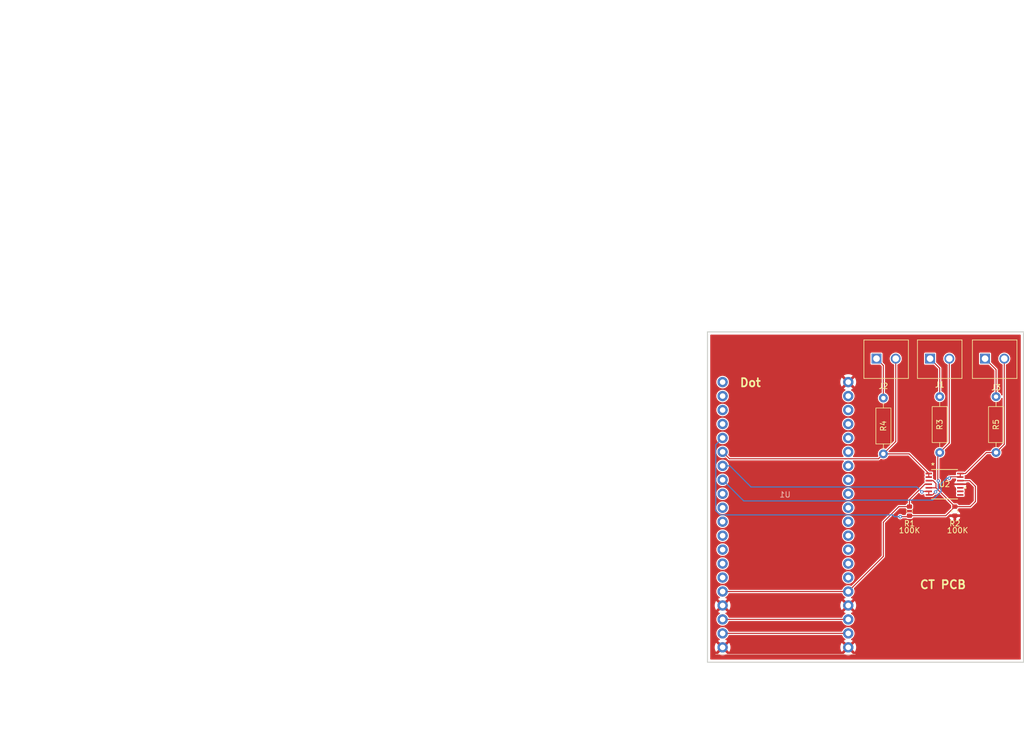
<source format=kicad_pcb>
(kicad_pcb (version 20241229) (generator "pcbnew") (generator_version "9.0")
  (layers (0 "F.Cu" signal) (2 "B.Cu" signal) (13 "F.Paste" user) (15 "B.Paste" user) (5 "F.SilkS" user "F.Silkscreen") (7 "B.SilkS" user "B.Silkscreen") (1 "F.Mask" user) (3 "B.Mask" user) (25 "Edge.Cuts" user))
  (net 0 "")
  (net 1 "/V_Shunt2")
  (net 2 "/V_Shunt1")
  (net 3 "/V_Shunt3")
  (net 4 "+3.3V")
  (net 5 "GND")
  (net 6 "/Bias")
  (net 16 "VBAT")
  (net 29 "VUSB")
  (net 37 "Net-(J1-Pin_1)")
  (net 38 "Net-(J2-Pin_1)")
  (net 39 "Net-(J3-Pin_1)")
  (footprint "Connector:OST_OSTTE020104" (layer "F.Cu") (at 205.25 66.5)
    (property "Reference" "J3" (at 0.25 5.25 0) (layer "F.SilkS") (effects (font (size 1.000591 1.000591))))
    (property "Value" "Screw_Terminal_01x02" (hide yes))
    (fp_line (start -4.05 -3.4) (end 4.05 -3.4) (stroke (width 0.127)) (layer "F.SilkS"))
    (fp_line (start -4.05 3.6) (end -4.05 -3.4) (stroke (width 0.127)) (layer "F.SilkS"))
    (fp_line (start 4.05 -3.4) (end 4.05 3.6) (stroke (width 0.127)) (layer "F.SilkS"))
    (fp_line (start 4.05 3.6) (end -4.05 3.6) (stroke (width 0.127)) (layer "F.SilkS"))
    (pad "1" thru_hole rect (at -1.75 0) (size 1.8 1.8) (drill 1.2) (layers "*.Cu" "*.Mask") (net 39 "Net-(J3-Pin_1)"))
    (pad "2" thru_hole circle (at 1.75 0) (size 1.8 1.8) (drill 1.2) (layers "*.Cu" "*.Mask") (net 3 "/V_Shunt3"))
  )
  (footprint "Resistor_SMD:R_0603_1608Metric" (layer "F.Cu") (at 198 94.25 -90)
    (property "Reference" "R2" (at 2.25 0 180) (layer "F.SilkS"))
    (property "Value" "100K" (at 3.5 -0.5 180) (layer "F.SilkS"))
    (fp_line (start -0.237258 0.5225) (end 0.237258 0.5225) (stroke (width 0.12)) (layer "F.SilkS"))
    (fp_line (start -0.237258 -0.5225) (end 0.237258 -0.5225) (stroke (width 0.12)) (layer "F.SilkS"))
    (pad "1" smd roundrect (at -0.825 0 270) (size 0.8 0.95) (layers "F.Cu" "F.Mask" "F.Paste") (net 6 "/Bias"))
    (pad "2" smd roundrect (at 0.825 0 270) (size 0.8 0.95) (layers "F.Cu" "F.Mask" "F.Paste") (net 5 "GND"))
  )
  (footprint "Connector:OST_OSTTE020104" (layer "F.Cu") (at 185.5 66.5)
    (property "Reference" "J2" (at -0.5 5 0) (layer "F.SilkS") (effects (font (size 1.000591 1.000591))))
    (property "Value" "Screw_Terminal_01x02" (hide yes))
    (fp_line (start -4.05 -3.4) (end 4.05 -3.4) (stroke (width 0.127)) (layer "F.SilkS"))
    (fp_line (start -4.05 3.6) (end -4.05 -3.4) (stroke (width 0.127)) (layer "F.SilkS"))
    (fp_line (start 4.05 -3.4) (end 4.05 3.6) (stroke (width 0.127)) (layer "F.SilkS"))
    (fp_line (start 4.05 3.6) (end -4.05 3.6) (stroke (width 0.127)) (layer "F.SilkS"))
    (pad "1" thru_hole rect (at -1.75 0) (size 1.8 1.8) (drill 1.2) (layers "*.Cu" "*.Mask") (net 38 "Net-(J2-Pin_1)"))
    (pad "2" thru_hole circle (at 1.75 0) (size 1.8 1.8) (drill 1.2) (layers "*.Cu" "*.Mask") (net 2 "/V_Shunt1"))
  )
  (footprint "Resistor_THT:R_Axial_DIN0207_L6.3mm_D2.5mm_P10.16mm_Horizontal" (layer "F.Cu") (at 185 83.83 90)
    (property "Reference" "R4" (at 5.08 0 90) (layer "F.SilkS"))
    (property "Value" "R" (hide yes))
    (fp_line (start 9.12 0) (end 8.35 0) (stroke (width 0.12)) (layer "F.SilkS"))
    (fp_line (start 1.04 0) (end 1.81 0) (stroke (width 0.12)) (layer "F.SilkS"))
    (fp_rect (start 1.81 -1.37) (end 8.35 1.37) (stroke (width 0.12)) (fill no) (layer "F.SilkS"))
    (pad "1" thru_hole circle (at 0 0 90) (size 1.6 1.6) (drill 0.8) (layers "*.Cu" "*.Mask") (net 2 "/V_Shunt1"))
    (pad "2" thru_hole circle (at 10.16 0 90) (size 1.6 1.6) (drill 0.8) (layers "*.Cu" "*.Mask") (net 38 "Net-(J2-Pin_1)"))
  )
  (footprint "Resistor_THT:R_Axial_DIN0207_L6.3mm_D2.5mm_P10.16mm_Horizontal" (layer "F.Cu") (at 205.5 83.58 90)
    (property "Reference" "R5" (at 5.08 0 90) (layer "F.SilkS"))
    (property "Value" "R" (hide yes))
    (fp_line (start 9.12 0) (end 8.35 0) (stroke (width 0.12)) (layer "F.SilkS"))
    (fp_line (start 1.04 0) (end 1.81 0) (stroke (width 0.12)) (layer "F.SilkS"))
    (fp_rect (start 1.81 -1.37) (end 8.35 1.37) (stroke (width 0.12)) (fill no) (layer "F.SilkS"))
    (pad "1" thru_hole circle (at 0 0 90) (size 1.6 1.6) (drill 0.8) (layers "*.Cu" "*.Mask") (net 3 "/V_Shunt3"))
    (pad "2" thru_hole circle (at 10.16 0 90) (size 1.6 1.6) (drill 0.8) (layers "*.Cu" "*.Mask") (net 39 "Net-(J3-Pin_1)"))
  )
  (footprint "Package_DFN_QFN:PW14_TEX-L" (layer "F.Cu") (at 196.1298 89.349999)
    (property "Reference" "U2" (at 0 0 0) (layer "F.SilkS"))
    (property "Value" "LM324LVIPWR")
    (fp_line (start -2.3749 2.6797) (end 2.3749 2.6797) (stroke (width 0.1524)) (layer "F.SilkS"))
    (fp_line (start 2.3749 -2.6797) (end -2.3749 -2.6797) (stroke (width 0.1524)) (layer "F.SilkS"))
    (fp_poly (pts (xy 3.9624 0.459499) (xy 3.9624 0.840499) (xy 3.7084 0.840499) (xy 3.7084 0.459499)) (fill yes) (layer "F.SilkS"))
    (fp_text user "*" (at -2.1298 -3.349999 0) (layer "F.SilkS"))
    (pad "1" smd rect (at -2.8702 -1.950001) (size 1.1684 0.3048) (layers "F.Cu" "F.Mask" "F.Paste") (net 2 "/V_Shunt1"))
    (pad "2" smd rect (at -2.8702 -1.3) (size 1.1684 0.3048) (layers "F.Cu" "F.Mask" "F.Paste") (net 2 "/V_Shunt1"))
    (pad "3" smd rect (at -2.8702 -0.649999) (size 1.1684 0.3048) (layers "F.Cu" "F.Mask" "F.Paste") (net 6 "/Bias"))
    (pad "4" smd rect (at -2.8702 0) (size 1.1684 0.3048) (layers "F.Cu" "F.Mask" "F.Paste") (net 4 "+3.3V"))
    (pad "5" smd rect (at -2.8702 0.649999) (size 1.1684 0.3048) (layers "F.Cu" "F.Mask" "F.Paste") (net 6 "/Bias"))
    (pad "6" smd rect (at -2.8702 1.3) (size 1.1684 0.3048) (layers "F.Cu" "F.Mask" "F.Paste") (net 1 "/V_Shunt2"))
    (pad "7" smd rect (at -2.8702 1.949999) (size 1.1684 0.3048) (layers "F.Cu" "F.Mask" "F.Paste") (net 1 "/V_Shunt2"))
    (pad "8" smd rect (at 2.8702 1.950001) (size 1.1684 0.3048) (layers "F.Cu" "F.Mask" "F.Paste"))
    (pad "9" smd rect (at 2.8702 1.3) (size 1.1684 0.3048) (layers "F.Cu" "F.Mask" "F.Paste"))
    (pad "10" smd rect (at 2.8702 0.650001) (size 1.1684 0.3048) (layers "F.Cu" "F.Mask" "F.Paste"))
    (pad "11" smd rect (at 2.8702 0) (size 1.1684 0.3048) (layers "F.Cu" "F.Mask" "F.Paste") (net 5 "GND"))
    (pad "12" smd rect (at 2.8702 -0.649999) (size 1.1684 0.3048) (layers "F.Cu" "F.Mask" "F.Paste") (net 6 "/Bias"))
    (pad "13" smd rect (at 2.8702 -1.3) (size 1.1684 0.3048) (layers "F.Cu" "F.Mask" "F.Paste") (net 3 "/V_Shunt3"))
    (pad "14" smd rect (at 2.8702 -1.949999) (size 1.1684 0.3048) (layers "F.Cu" "F.Mask" "F.Paste") (net 3 "/V_Shunt3"))
  )
  (footprint "Resistor_SMD:R_0603_1608Metric" (layer "F.Cu") (at 189.75 94.25 -90)
    (property "Reference" "R1" (at 2.25 0 180) (layer "F.SilkS"))
    (property "Value" "100K" (at 3.5 0 180) (layer "F.SilkS"))
    (fp_line (start -0.237258 0.5225) (end 0.237258 0.5225) (stroke (width 0.12)) (layer "F.SilkS"))
    (fp_line (start -0.237258 -0.5225) (end 0.237258 -0.5225) (stroke (width 0.12)) (layer "F.SilkS"))
    (pad "1" smd roundrect (at -0.825 0 270) (size 0.8 0.95) (layers "F.Cu" "F.Mask" "F.Paste") (net 4 "+3.3V"))
    (pad "2" smd roundrect (at 0.825 0 270) (size 0.8 0.95) (layers "F.Cu" "F.Mask" "F.Paste") (net 6 "/Bias"))
  )
  (footprint "Connector:OST_OSTTE020104" (layer "F.Cu") (at 195.25 66.5)
    (property "Reference" "J1" (at 0 4.75 0) (layer "F.SilkS") (effects (font (size 1.000591 1.000591))))
    (property "Value" "Screw_Terminal_01x02" (hide yes))
    (fp_line (start -4.05 -3.4) (end 4.05 -3.4) (stroke (width 0.127)) (layer "F.SilkS"))
    (fp_line (start -4.05 3.6) (end -4.05 -3.4) (stroke (width 0.127)) (layer "F.SilkS"))
    (fp_line (start 4.05 -3.4) (end 4.05 3.6) (stroke (width 0.127)) (layer "F.SilkS"))
    (fp_line (start 4.05 3.6) (end -4.05 3.6) (stroke (width 0.127)) (layer "F.SilkS"))
    (pad "1" thru_hole rect (at -1.75 0) (size 1.8 1.8) (drill 1.2) (layers "*.Cu" "*.Mask") (net 37 "Net-(J1-Pin_1)"))
    (pad "2" thru_hole circle (at 1.75 0) (size 1.8 1.8) (drill 1.2) (layers "*.Cu" "*.Mask") (net 1 "/V_Shunt2"))
  )
  (footprint "Resistor_THT:R_Axial_DIN0207_L6.3mm_D2.5mm_P10.16mm_Horizontal" (layer "F.Cu") (at 195.25 83.58 90)
    (property "Reference" "R3" (at 5.08 0 90) (layer "F.SilkS"))
    (property "Value" "R" (hide yes))
    (fp_line (start 9.12 0) (end 8.35 0) (stroke (width 0.12)) (layer "F.SilkS"))
    (fp_line (start 1.04 0) (end 1.81 0) (stroke (width 0.12)) (layer "F.SilkS"))
    (fp_rect (start 1.81 -1.37) (end 8.35 1.37) (stroke (width 0.12)) (fill no) (layer "F.SilkS"))
    (pad "1" thru_hole circle (at 0 0 90) (size 1.6 1.6) (drill 0.8) (layers "*.Cu" "*.Mask") (net 1 "/V_Shunt2"))
    (pad "2" thru_hole circle (at 10.16 0 90) (size 1.6 1.6) (drill 0.8) (layers "*.Cu" "*.Mask") (net 37 "Net-(J1-Pin_1)"))
  )
  (footprint "Symbol:MODULE_DEV-13907" (layer "B.Cu") (at 167.18 90.836 180)
    (property "Reference" "U1" (at 0.07 -0.414 0) (layer "B.SilkS") (effects (justify mirror)))
    (property "Value" "DEV-13907")
    (fp_line (start -12.7 -29.464) (end 12.7 -29.464) (stroke (width 0.127)) (layer "B.SilkS"))
    (pad "J1_1" thru_hole circle (at -11.43 -28.194 180) (size 1.8796 1.8796) (drill 1.016) (layers "*.Cu" "*.Mask") (net 5 "GND"))
    (pad "J1_2" thru_hole circle (at -11.43 -25.654 180) (size 1.8796 1.8796) (drill 1.016) (layers "*.Cu" "*.Mask") (net 29 "VUSB"))
    (pad "J1_3" thru_hole circle (at -11.43 -23.114 180) (size 1.8796 1.8796) (drill 1.016) (layers "*.Cu" "*.Mask") (net 16 "VBAT"))
    (pad "J1_4" thru_hole circle (at -11.43 -20.574 180) (size 1.8796 1.8796) (drill 1.016) (layers "*.Cu" "*.Mask") (net 5 "GND"))
    (pad "J1_5" thru_hole circle (at -11.43 -18.034 180) (size 1.8796 1.8796) (drill 1.016) (layers "*.Cu" "*.Mask") (net 4 "+3.3V"))
    (pad "J1_6" thru_hole circle (at -11.43 -15.494 180) (size 1.8796 1.8796) (drill 1.016) (layers "*.Cu" "*.Mask"))
    (pad "J1_7" thru_hole circle (at -11.43 -12.954 180) (size 1.8796 1.8796) (drill 1.016) (layers "*.Cu" "*.Mask"))
    (pad "J1_8" thru_hole circle (at -11.43 -10.414 180) (size 1.8796 1.8796) (drill 1.016) (layers "*.Cu" "*.Mask"))
    (pad "J1_9" thru_hole circle (at -11.43 -7.874 180) (size 1.8796 1.8796) (drill 1.016) (layers "*.Cu" "*.Mask"))
    (pad "J1_10" thru_hole circle (at -11.43 -5.334 180) (size 1.8796 1.8796) (drill 1.016) (layers "*.Cu" "*.Mask"))
    (pad "J1_11" thru_hole circle (at -11.43 -2.794 180) (size 1.8796 1.8796) (drill 1.016) (layers "*.Cu" "*.Mask"))
    (pad "J1_12" thru_hole circle (at -11.43 -0.254 180) (size 1.8796 1.8796) (drill 1.016) (layers "*.Cu" "*.Mask"))
    (pad "J1_13" thru_hole circle (at -11.43 2.286 180) (size 1.8796 1.8796) (drill 1.016) (layers "*.Cu" "*.Mask") (net 3 "/V_Shunt3"))
    (pad "J1_14" thru_hole circle (at -11.43 4.826 180) (size 1.8796 1.8796) (drill 1.016) (layers "*.Cu" "*.Mask") (net 1 "/V_Shunt2"))
    (pad "J1_15" thru_hole circle (at -11.43 7.366 180) (size 1.8796 1.8796) (drill 1.016) (layers "*.Cu" "*.Mask") (net 2 "/V_Shunt1"))
    (pad "J1_16" thru_hole circle (at -11.43 9.906 180) (size 1.8796 1.8796) (drill 1.016) (layers "*.Cu" "*.Mask") (net 6 "/Bias"))
    (pad "J1_17" thru_hole circle (at -11.43 12.446 180) (size 1.8796 1.8796) (drill 1.016) (layers "*.Cu" "*.Mask"))
    (pad "J1_18" thru_hole circle (at -11.43 14.986 180) (size 1.8796 1.8796) (drill 1.016) (layers "*.Cu" "*.Mask"))
    (pad "J1_19" thru_hole circle (at -11.43 17.526 180) (size 1.8796 1.8796) (drill 1.016) (layers "*.Cu" "*.Mask"))
    (pad "J1_20" thru_hole circle (at -11.43 20.066 180) (size 1.8796 1.8796) (drill 1.016) (layers "*.Cu" "*.Mask"))
    (pad "J2_1" thru_hole circle (at 11.43 -28.194 180) (size 1.8796 1.8796) (drill 1.016) (layers "*.Cu" "*.Mask") (net 5 "GND"))
    (pad "J2_2" thru_hole circle (at 11.43 -25.654 180) (size 1.8796 1.8796) (drill 1.016) (layers "*.Cu" "*.Mask") (net 29 "VUSB"))
    (pad "J2_3" thru_hole circle (at 11.43 -23.114 180) (size 1.8796 1.8796) (drill 1.016) (layers "*.Cu" "*.Mask") (net 16 "VBAT"))
    (pad "J2_4" thru_hole circle (at 11.43 -20.574 180) (size 1.8796 1.8796) (drill 1.016) (layers "*.Cu" "*.Mask") (net 5 "GND"))
    (pad "J2_5" thru_hole circle (at 11.43 -18.034 180) (size 1.8796 1.8796) (drill 1.016) (layers "*.Cu" "*.Mask") (net 4 "+3.3V"))
    (pad "J2_6" thru_hole circle (at 11.43 -15.494 180) (size 1.8796 1.8796) (drill 1.016) (layers "*.Cu" "*.Mask"))
    (pad "J2_7" thru_hole circle (at 11.43 -12.954 180) (size 1.8796 1.8796) (drill 1.016) (layers "*.Cu" "*.Mask"))
    (pad "J2_8" thru_hole circle (at 11.43 -10.414 180) (size 1.8796 1.8796) (drill 1.016) (layers "*.Cu" "*.Mask"))
    (pad "J2_9" thru_hole circle (at 11.43 -7.874 180) (size 1.8796 1.8796) (drill 1.016) (layers "*.Cu" "*.Mask"))
    (pad "J2_10" thru_hole circle (at 11.43 -5.334 180) (size 1.8796 1.8796) (drill 1.016) (layers "*.Cu" "*.Mask"))
    (pad "J2_11" thru_hole circle (at 11.43 -2.794 180) (size 1.8796 1.8796) (drill 1.016) (layers "*.Cu" "*.Mask"))
    (pad "J2_12" thru_hole circle (at 11.43 -0.254 180) (size 1.8796 1.8796) (drill 1.016) (layers "*.Cu" "*.Mask"))
    (pad "J2_13" thru_hole circle (at 11.43 2.286 180) (size 1.8796 1.8796) (drill 1.016) (layers "*.Cu" "*.Mask"))
    (pad "J2_14" thru_hole circle (at 11.43 4.826 180) (size 1.8796 1.8796) (drill 1.016) (layers "*.Cu" "*.Mask"))
    (pad "J2_15" thru_hole circle (at 11.43 7.366 180) (size 1.8796 1.8796) (drill 1.016) (layers "*.Cu" "*.Mask"))
    (pad "J2_16" thru_hole circle (at 11.43 9.906 180) (size 1.8796 1.8796) (drill 1.016) (layers "*.Cu" "*.Mask"))
    (pad "J2_17" thru_hole circle (at 11.43 12.446 180) (size 1.8796 1.8796) (drill 1.016) (layers "*.Cu" "*.Mask"))
    (pad "J2_18" thru_hole circle (at 11.43 14.986 180) (size 1.8796 1.8796) (drill 1.016) (layers "*.Cu" "*.Mask"))
    (pad "J2_19" thru_hole circle (at 11.43 17.526 180) (size 1.8796 1.8796) (drill 1.016) (layers "*.Cu" "*.Mask"))
    (pad "J2_20" thru_hole circle (at 11.43 20.066 180) (size 1.8796 1.8796) (drill 1.016) (layers "*.Cu" "*.Mask") (net 5 "GND"))
  )
  (gr_rect (start 153 61.636339) (end 210.5 121.75) (stroke (width 0.2)) (fill no) (layer "Edge.Cuts"))
  (gr_text "Dot" (at 158.75 71.75 0) (layer "F.SilkS") (effects (font (size 1.5 1.5) (thickness 0.3) (bold yes)) (justify left bottom)))
  (gr_text "CT PCB" (at 191.5 108.5 0) (layer "F.SilkS") (effects (font (size 1.5 1.5) (thickness 0.3) (bold yes)) (justify left bottom)))
  (segment (start 193.2596 91.299998) (end 193.950002 91.299998) (width 0.2) (layer "F.Cu") (net 1))
  (segment (start 193.950002 91.299998) (end 194.488235 90.761765) (width 0.2) (layer "F.Cu") (net 1))
  (segment (start 193.2596 90.649999) (end 192.119529 90.649999) (width 0.2) (layer "F.Cu") (net 1))
  (segment (start 194.899 83.8) (end 194.899 88.649) (width 0.2) (layer "F.Cu") (net 1))
  (segment (start 195.25 83.58) (end 197 81.83) (width 0.2) (layer "F.Cu") (net 1))
  (segment (start 194.899 88.649) (end 195 88.75) (width 0.2) (layer "F.Cu") (net 1))
  (segment (start 197 81.83) (end 197 66.5) (width 0.2) (layer "F.Cu") (net 1))
  (segment (start 192.119529 90.649999) (end 192.009764 90.759764) (width 0.2) (layer "F.Cu") (net 1))
  (segment (start 193.2596 90.649999) (end 193.2596 91.299998) (width 0.2) (layer "F.Cu") (net 1))
  (via (at 192.009764 90.759764) (size 0.6) (drill 0.3) (layers "F.Cu" "B.Cu") (net 1))
  (via (at 195 88.75) (size 0.6) (drill 0.3) (layers "F.Cu" "B.Cu") (net 1))
  (via (at 194.488235 90.761765) (size 0.6) (drill 0.3) (layers "F.Cu" "B.Cu") (net 1))
  (segment (start 160.918277 89.8492) (end 157.079077 86.01) (width 0.2) (layer "B.Cu") (net 1))
  (segment (start 157.079077 86.01) (end 155.75 86.01) (width 0.2) (layer "B.Cu") (net 1))
  (segment (start 192.009764 90.759764) (end 191.0992 89.8492) (width 0.2) (layer "B.Cu") (net 1))
  (segment (start 191.0992 89.8492) (end 160.918277 89.8492) (width 0.2) (layer "B.Cu") (net 1))
  (segment (start 195 90.25) (end 194.488235 90.761765) (width 0.2) (layer "B.Cu") (net 1))
  (segment (start 195 88.75) (end 195 90.25) (width 0.2) (layer "B.Cu") (net 1))
  (segment (start 193.2596 87.399998) (end 193.2596 88.049999) (width 0.2) (layer "F.Cu") (net 2))
  (segment (start 193.2596 87.399998) (end 189.689602 83.83) (width 0.2) (layer "F.Cu") (net 2))
  (segment (start 156.9908 84.7108) (end 155.75 83.47) (width 0.2) (layer "F.Cu") (net 2))
  (segment (start 184.1192 84.7108) (end 156.9908 84.7108) (width 0.2) (layer "F.Cu") (net 2))
  (segment (start 189.689602 83.83) (end 185 83.83) (width 0.2) (layer "F.Cu") (net 2))
  (segment (start 185 83.83) (end 187.25 81.58) (width 0.2) (layer "F.Cu") (net 2))
  (segment (start 185 83.83) (end 184.1192 84.7108) (width 0.2) (layer "F.Cu") (net 2))
  (segment (start 187.25 81.58) (end 187.25 66.5) (width 0.2) (layer "F.Cu") (net 2))
  (segment (start 199 87.4) (end 199 88.049999) (width 0.2) (layer "F.Cu") (net 3))
  (segment (start 198.950001 88) (end 199 88.049999) (width 0.2) (layer "F.Cu") (net 3))
  (segment (start 199 87.4) (end 199.93 87.4) (width 0.2) (layer "F.Cu") (net 3))
  (segment (start 203.75 83.58) (end 205.5 83.58) (width 0.2) (layer "F.Cu") (net 3))
  (segment (start 197.25 88) (end 198.950001 88) (width 0.2) (layer "F.Cu") (net 3))
  (segment (start 207 82.08) (end 207 66.5) (width 0.2) (layer "F.Cu") (net 3))
  (segment (start 197 88.25) (end 197.25 88) (width 0.2) (layer "F.Cu") (net 3))
  (segment (start 199.93 87.4) (end 203.75 83.58) (width 0.2) (layer "F.Cu") (net 3))
  (segment (start 205.5 83.58) (end 207 82.08) (width 0.2) (layer "F.Cu") (net 3))
  (via (at 197 88.25) (size 0.6) (drill 0.3) (layers "F.Cu" "B.Cu") (net 3))
  (segment (start 159.5892 92.3892) (end 155.75 88.55) (width 0.2) (layer "B.Cu") (net 3))
  (segment (start 195.5 89.25) (end 195.5 90.701698) (width 0.2) (layer "B.Cu") (net 3))
  (segment (start 193.951698 92.25) (end 179.5 92.25) (width 0.2) (layer "B.Cu") (net 3))
  (segment (start 179.3608 92.3892) (end 159.5892 92.3892) (width 0.2) (layer "B.Cu") (net 3))
  (segment (start 179.5 92.25) (end 179.3608 92.3892) (width 0.2) (layer "B.Cu") (net 3))
  (segment (start 195.5 90.701698) (end 193.951698 92.25) (width 0.2) (layer "B.Cu") (net 3))
  (segment (start 196.5 88.25) (end 195.5 89.25) (width 0.2) (layer "B.Cu") (net 3))
  (segment (start 197 88.25) (end 196.5 88.25) (width 0.2) (layer "B.Cu") (net 3))
  (segment (start 178.61 108.87) (end 185 102.48) (width 0.2) (layer "F.Cu") (net 4))
  (segment (start 187.825 93.425) (end 189.75 93.425) (width 0.2) (layer "F.Cu") (net 4))
  (segment (start 189.75 92.170998) (end 192.570999 89.349999) (width 0.2) (layer "F.Cu") (net 4))
  (segment (start 189.75 93.425) (end 189.75 92.170998) (width 0.2) (layer "F.Cu") (net 4))
  (segment (start 178.61 108.87) (end 155.75 108.87) (width 0.2) (layer "F.Cu") (net 4))
  (segment (start 185 102.48) (end 185 96.25) (width 0.2) (layer "F.Cu") (net 4))
  (segment (start 185 96.25) (end 187.825 93.425) (width 0.2) (layer "F.Cu") (net 4))
  (segment (start 192.570999 89.349999) (end 193.2596 89.349999) (width 0.2) (layer "F.Cu") (net 4))
  (segment (start 201.75 92.5) (end 201.75 89.75) (width 0.2) (layer "F.Cu") (net 6))
  (segment (start 189.75 95.075) (end 196.35 95.075) (width 0.2) (layer "F.Cu") (net 6))
  (segment (start 201.75 89.75) (end 200.7 88.7) (width 0.2) (layer "F.Cu") (net 6))
  (segment (start 189.575 95.25) (end 189.75 95.075) (width 0.2) (layer "F.Cu") (net 6))
  (segment (start 196.35 95.075) (end 198 93.425) (width 0.2) (layer "F.Cu") (net 6))
  (segment (start 194.574998 89.999998) (end 198 93.425) (width 0.2) (layer "F.Cu") (net 6))
  (segment (start 194.574998 89.231198) (end 194.574998 89.999998) (width 0.2) (layer "F.Cu") (net 6))
  (segment (start 200.7 88.7) (end 199 88.7) (width 0.2) (layer "F.Cu") (net 6))
  (segment (start 198 93.425) (end 200.825 93.425) (width 0.2) (layer "F.Cu") (net 6))
  (segment (start 194.0438 88.7) (end 194.574998 89.231198) (width 0.2) (layer "F.Cu") (net 6))
  (segment (start 188.075 95.25) (end 189.575 95.25) (width 0.2) (layer "F.Cu") (net 6))
  (segment (start 194.0438 88.7) (end 193.2596 88.7) (width 0.2) (layer "F.Cu") (net 6))
  (segment (start 194.574998 89.999998) (end 193.2596 89.999998) (width 0.2) (layer "F.Cu") (net 6))
  (segment (start 200.825 93.425) (end 201.75 92.5) (width 0.2) (layer "F.Cu") (net 6))
  (via (at 188.075 95.25) (size 0.6) (drill 0.3) (layers "F.Cu" "B.Cu") (net 6))
  (segment (start 155.294443 94.9292) (end 154.5 94.134757) (width 0.2) (layer "B.Cu") (net 6))
  (segment (start 186.6792 94.9292) (end 155.294443 94.9292) (width 0.2) (layer "B.Cu") (net 6))
  (segment (start 188.075 95.25) (end 187 95.25) (width 0.2) (layer "B.Cu") (net 6))
  (segment (start 154.5 94.134757) (end 154.5 82.18) (width 0.2) (layer "B.Cu") (net 6))
  (segment (start 187 95.25) (end 186.6792 94.9292) (width 0.2) (layer "B.Cu") (net 6))
  (segment (start 154.5 82.18) (end 155.75 80.93) (width 0.2) (layer "B.Cu") (net 6))
  (segment (start 155.75 113.95) (end 178.61 113.95) (width 0.2) (layer "F.Cu") (net 16))
  (segment (start 178.61 116.49) (end 155.75 116.49) (width 0.2) (layer "F.Cu") (net 29))
  (segment (start 195.25 68.25) (end 193.5 66.5) (width 0.2) (layer "F.Cu") (net 37))
  (segment (start 195.25 73.42) (end 195.25 68.25) (width 0.2) (layer "F.Cu") (net 37))
  (segment (start 185 67.75) (end 183.75 66.5) (width 0.2) (layer "F.Cu") (net 38))
  (segment (start 185 73.67) (end 185 67.75) (width 0.2) (layer "F.Cu") (net 38))
  (segment (start 205.5 73.42) (end 205.5 68.5) (width 0.2) (layer "F.Cu") (net 39))
  (segment (start 205.5 68.5) (end 203.5 66.5) (width 0.2) (layer "F.Cu") (net 39))
  (zone (net 5) (net_name "GND") (layer "F.Cu") (connect_pads (clearance 0)) (min_thickness 0.25) (fill yes (thermal_gap 0.5) (thermal_bridge_width 0.5))
    (polygon (pts (xy 153 61.5) (xy 210.5 61.5) (xy 210.5 121.75) (xy 153 122)))
  )
)
</source>
